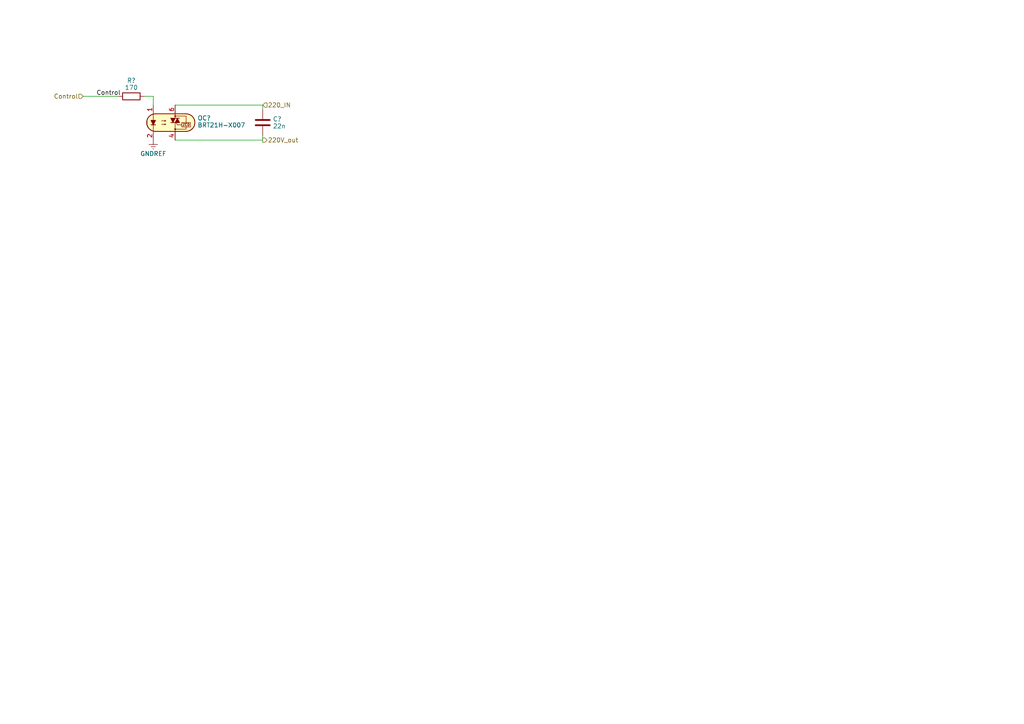
<source format=kicad_sch>
(kicad_sch (version 20230121) (generator eeschema)
  (paper "A4")
  (lib_symbols
    (symbol "Device:C" (pin_numbers hide) (pin_names (offset 0.254))
      (property "Reference" "C" (at 0.635 2.54 0))
      (property "Value" "C" (at 0.635 -2.54 0))
      (symbol "C_0_1"
        (polyline (pts (xy -2.032 -0.762) (xy 2.032 -0.762)) (stroke (width 0.508)))
        (polyline (pts (xy -2.032 0.762) (xy 2.032 0.762)) (stroke (width 0.508)))
      )
      (symbol "C_1_1"
        (pin passive line (at 0 3.81 270) (length 2.794) (name "~") (number "1"))
        (pin passive line (at 0 -3.81 90) (length 2.794) (name "~") (number "2"))
      )
    )
    (symbol "Device:R" (pin_numbers hide) (pin_names (offset 0))
      (property "Reference" "R" (at 2.032 0 90))
      (property "Value" "R" (at 0 0 90))
      (symbol "R_0_1"
        (rectangle (start -1.016 -2.54) (end 1.016 2.54) (stroke (width 0.254)))
      )
      (symbol "R_1_1"
        (pin passive line (at 0 3.81 270) (length 1.27) (name "~") (number "1"))
        (pin passive line (at 0 -3.81 90) (length 1.27) (name "~") (number "2"))
      )
    )
    (symbol "Optocoupler_Triac_AKL:BRT21H-X007" (pin_names (offset 1.016))
      (property "Reference" "OC" (at 7.62 1.27 0))
      (property "Value" "BRT21H-X007" (at 7.62 -1.27 0))
      (symbol "BRT21H-X007_0_0"
        (polyline (pts (xy 4.445 -1.27) (xy 4.445 -1.905) (xy 1.27 -1.905)) (stroke (width 0.1524)))
        (polyline (pts (xy 4.445 0) (xy 4.445 1.905) (xy 1.27 1.905)) (stroke (width 0.1524)))
        (circle (center 1.27 -1.905) (radius 0.1778) (fill (type outline)))
        (circle (center 1.27 1.905) (radius 0.1778) (fill (type outline)))
        (text "ZCD" (at 4.445 -0.635 0) (effects (font (size 0.7 0.7))))
      )
      (symbol "BRT21H-X007_0_1"
        (arc (start -4.4675 2.54) (mid -6.9851 0) (end -4.4675 -2.54) (stroke (width 0.254)))
        (polyline (pts (xy -5.715 -0.635) (xy -4.445 -0.635)) (stroke (width 0.254)))
        (polyline (pts (xy -4.445 2.54) (xy 4.445 2.54)) (stroke (width 0.254)))
        (polyline (pts (xy 1.27 0) (xy 1.27 -2.54)) (stroke (width 0.1524)))
        (polyline (pts (xy 1.27 3.175) (xy 1.27 1.27)) (stroke (width 0.1524)))
        (polyline (pts (xy 1.905 -0.635) (xy 1.524 0)) (stroke (width 0.1524)))
        (polyline (pts (xy 2.54 -0.635) (xy 1.905 -0.635)) (stroke (width 0.1524)))
        (polyline (pts (xy 2.54 -0.635) (xy 3.175 -0.635)) (stroke (width 0.1524)))
        (polyline (pts (xy 4.445 -2.54) (xy -4.445 -2.54)) (stroke (width 0.254)))
        (polyline (pts (xy -5.08 -2.54) (xy -5.08 -1.27) (xy -5.08 2.54)) (stroke (width 0.1524)))
        (polyline (pts (xy -5.08 -0.635) (xy -5.715 0.635) (xy -4.445 0.635) (xy -5.08 -0.635)) (stroke (width 0.254)) (fill (type outline)))
        (polyline (pts (xy -2.667 -0.508) (xy -1.397 -0.508) (xy -1.778 -0.635) (xy -1.778 -0.381) (xy -1.397 -0.508)))
        (polyline (pts (xy -2.667 0.508) (xy -1.397 0.508) (xy -1.778 0.381) (xy -1.778 0.635) (xy -1.397 0.508)))
        (polyline (pts (xy -3.81 2.54) (xy 1.397 2.54) (xy 2.159 2.54) (xy 4.064 2.54) (xy 5.207 2.413) (xy 6.223 1.905) (xy 6.858 0.889) (xy 6.985 0) (xy 6.858 -0.889) (xy 6.35 -1.651) (xy 5.461 -2.286) (xy 4.572 -2.54) (xy -5.08 -2.54) (xy -5.08 -2.54) (xy -5.842 -2.032) (xy -6.35 -1.778) (xy -6.858 -0.508) (xy -6.858 0.254) (xy -6.858 1.016) (xy -6.35 1.778) (xy -5.588 2.286) (xy -4.826 2.54) (xy -3.81 2.54)) (stroke (width 0.01)) (fill (type background)))
        (rectangle (start 3.175 0) (end 5.715 -1.27) (stroke (width 0.1524)))
        (arc (start 4.4675 -2.54) (mid 6.9851 0) (end 4.4675 2.54) (stroke (width 0.254)))
      )
      (symbol "BRT21H-X007_1_1"
        (polyline (pts (xy 0 0) (xy 2.54 0)) (stroke (width 0.2032)))
        (polyline (pts (xy 0 1.27) (xy 2.54 1.27)) (stroke (width 0.2032)))
        (polyline (pts (xy 0 1.27) (xy 0.635 0) (xy 1.27 1.27)) (stroke (width 0.2032)) (fill (type outline)))
        (polyline (pts (xy 1.27 0) (xy 1.905 1.27) (xy 2.54 0)) (stroke (width 0.2032)) (fill (type outline)))
        (pin passive line (at -5.08 5.08 270) (length 2.54) (name "~") (number "1"))
        (pin passive line (at -5.08 -5.08 90) (length 2.54) (name "~") (number "2"))
        (pin no_connect line (at -2.54 0 0) (length 2.54) hide (name "NC") (number "3"))
        (pin passive line (at 1.27 -5.08 90) (length 2.54) (name "~") (number "4"))
        (pin no_connect line (at 2.54 0 180) (length 2.54) hide (name "NC") (number "5"))
        (pin passive line (at 1.27 5.08 270) (length 2.54) (name "~") (number "6"))
      )
    )
    (symbol "power:GNDREF" (power) (pin_names (offset 0))
      (property "Value" "GNDREF" (at 0 -3.81 0))
      (symbol "GNDREF_0_1"
        (polyline (pts (xy -0.635 -1.905) (xy 0.635 -1.905)))
        (polyline (pts (xy -0.127 -2.54) (xy 0.127 -2.54)))
        (polyline (pts (xy 0 -1.27) (xy 0 0)))
        (polyline (pts (xy 1.27 -1.27) (xy -1.27 -1.27)))
      )
      (symbol "GNDREF_1_1"
        (pin power_in line (at 0 0 270) (length 0) hide (name "GNDREF") (number "1"))
      )
    )
  )
  (wire (pts (xy 24.13 27.94) (xy 34.29 27.94)))
  (wire (pts (xy 44.45 27.94) (xy 44.45 30.48)))
  (wire (pts (xy 76.2 40.64) (xy 50.8 40.64)))
  (wire (pts (xy 41.91 27.94) (xy 44.45 27.94)))
  (wire (pts (xy 76.2 30.48) (xy 76.2 31.75)))
  (wire (pts (xy 76.2 39.37) (xy 76.2 40.64)))
  (wire (pts (xy 50.8 30.48) (xy 76.2 30.48)))
  (label "Control" (at 27.94 27.94 0))
  (hierarchical_label "220V_out" (shape output) (at 76.2 40.64 0))
  (hierarchical_label "220_IN" (shape input) (at 76.2 30.48 0))
  (hierarchical_label "Control" (shape input) (at 24.13 27.94 180))
  (symbol (lib_id "power:GNDREF") (at 44.45 40.64 0) (unit 1)
    (property "Reference" "#PWR?" (effects hide))
    (property "Value" "GNDREF" (at 44.45 44.585 0))
    (instances (project "uhc-12" (path "" (reference "#PWR?") (unit 1)) (path "" (reference "#PWR06") (unit 1)) (path "" (reference "#PWR07") (unit 1)) (path "" (reference "#PWR08") (unit 1)) (path "" (reference "#PWR09") (unit 1)) (path "" (reference "#PWR010") (unit 1)) (path "" (reference "#PWR011") (unit 1)) (path "" (reference "#PWR017") (unit 1)) (path "" (reference "#PWR015") (unit 1)) (path "" (reference "#PWR014") (unit 1)) (path "" (reference "#PWR013") (unit 1)) (path "" (reference "#PWR012") (unit 1)) (path "" (reference "#PWR016") (unit 1))))
  )
  (symbol (lib_id "Device:R") (at 38.1 27.94 90) (unit 1)
    (property "Reference" "R?" (at 38.1 23.344 90))
    (property "Value" "170" (at 38.1 25.392 90))
    (property "Footprint" "Resistor_SMD:R_0805_2012Metric_Pad1.20x1.40mm_HandSolder" (effects hide))
    (instances (project "uhc-12" (path "" (reference "R?") (unit 1)) (path "" (reference "R1") (unit 1)) (path "" (reference "R2") (unit 1)) (path "" (reference "R3") (unit 1)) (path "" (reference "R4") (unit 1)) (path "" (reference "R5") (unit 1)) (path "" (reference "R6") (unit 1)) (path "" (reference "R12") (unit 1)) (path "" (reference "R10") (unit 1)) (path "" (reference "R9") (unit 1)) (path "" (reference "R8") (unit 1)) (path "" (reference "R7") (unit 1)) (path "" (reference "R11") (unit 1))))
  )
  (symbol (lib_id "Device:C") (at 76.2 35.56 0) (unit 1)
    (property "Reference" "C?" (at 79.121 34.536 0) (effects (justify left)))
    (property "Value" "22n" (at 79.121 36.584 0) (effects (justify left)))
    (property "Footprint" "Capacitor_SMD_Handsoldering_AKL:C_0805_2012Metric" (effects hide))
    (instances (project "uhc-12" (path "" (reference "C?") (unit 1)) (path "" (reference "C2") (unit 1)) (path "" (reference "C3") (unit 1)) (path "" (reference "C4") (unit 1)) (path "" (reference "C5") (unit 1)) (path "" (reference "C6") (unit 1)) (path "" (reference "C7") (unit 1)) (path "" (reference "C13") (unit 1)) (path "" (reference "C11") (unit 1)) (path "" (reference "C10") (unit 1)) (path "" (reference "C9") (unit 1)) (path "" (reference "C8") (unit 1)) (path "" (reference "C12") (unit 1))))
  )
  (symbol (lib_id "Optocoupler_Triac_AKL:BRT21H-X007") (at 49.53 35.56 0) (unit 1)
    (property "Reference" "OC?" (at 57.2771 34.2439 0) (effects (justify left)))
    (property "Value" "BRT21H-X007" (at 57.2771 36.2919 0) (effects (justify left)))
    (property "Footprint" "Package_DIP_AKL:SMDIP-6_W9.53mm" (effects hide))
    (property "Datasheet" "https://www.tme.eu/Document/92a0bf59eb6a6605c1f4cbf53e197291/BRT22F-X007T.pdf" (effects hide))
    (instances (project "uhc-12" (path "" (reference "OC?") (unit 1)) (path "" (reference "OC1") (unit 1)) (path "" (reference "OC2") (unit 1)) (path "" (reference "OC3") (unit 1)) (path "" (reference "OC4") (unit 1)) (path "" (reference "OC5") (unit 1)) (path "" (reference "OC6") (unit 1)) (path "" (reference "OC12") (unit 1)) (path "" (reference "OC10") (unit 1)) (path "" (reference "OC9") (unit 1)) (path "" (reference "OC8") (unit 1)) (path "" (reference "OC7") (unit 1)) (path "" (reference "OC11") (unit 1))))
  )
)
</source>
